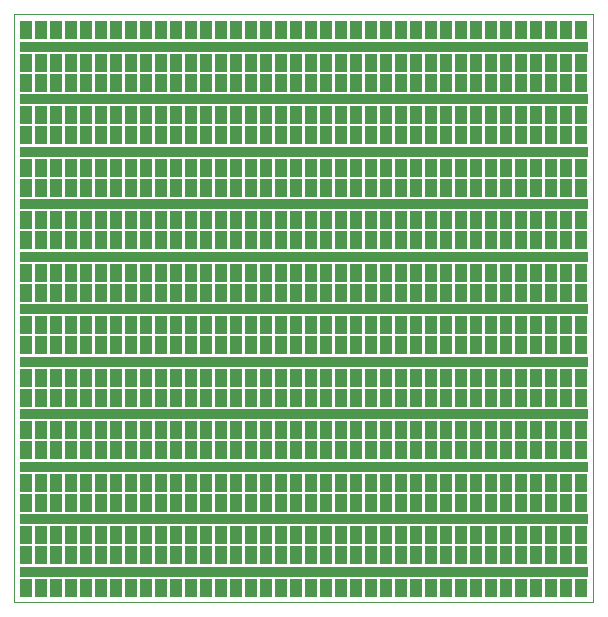
<source format=gbl>
G75*
%MOIN*%
%OFA0B0*%
%FSLAX25Y25*%
%IPPOS*%
%LPD*%
%AMOC8*
5,1,8,0,0,1.08239X$1,22.5*
%
%ADD10R,0.04200X0.05900*%
%ADD11R,1.89200X0.03300*%
%ADD12C,0.00000*%
%ADD13R,0.04200X0.04200*%
D10*
X0005050Y0005900D03*
X0010050Y0005900D03*
X0015050Y0005900D03*
X0020050Y0005900D03*
X0025050Y0005900D03*
X0030050Y0005900D03*
X0035050Y0005900D03*
X0040050Y0005900D03*
X0045050Y0005900D03*
X0050050Y0005900D03*
X0055050Y0005900D03*
X0060050Y0005900D03*
X0065050Y0005900D03*
X0070050Y0005900D03*
X0075050Y0005900D03*
X0080050Y0005900D03*
X0085050Y0005900D03*
X0090050Y0005900D03*
X0095050Y0005900D03*
X0100050Y0005900D03*
X0105050Y0005900D03*
X0110050Y0005900D03*
X0115050Y0005900D03*
X0120050Y0005900D03*
X0125050Y0005900D03*
X0130050Y0005900D03*
X0135050Y0005900D03*
X0140050Y0005900D03*
X0145050Y0005900D03*
X0150050Y0005900D03*
X0155050Y0005900D03*
X0160050Y0005900D03*
X0165050Y0005900D03*
X0170050Y0005900D03*
X0175050Y0005900D03*
X0180050Y0005900D03*
X0185050Y0005900D03*
X0190050Y0005900D03*
X0190050Y0016700D03*
X0185050Y0016700D03*
X0180050Y0016700D03*
X0175050Y0016700D03*
X0170050Y0016700D03*
X0165050Y0016700D03*
X0160050Y0016700D03*
X0155050Y0016700D03*
X0150050Y0016700D03*
X0145050Y0016700D03*
X0140050Y0016700D03*
X0135050Y0016700D03*
X0130050Y0016700D03*
X0125050Y0016700D03*
X0120050Y0016700D03*
X0115050Y0016700D03*
X0110050Y0016700D03*
X0105050Y0016700D03*
X0100050Y0016700D03*
X0095050Y0016700D03*
X0090050Y0016700D03*
X0085050Y0016700D03*
X0080050Y0016700D03*
X0075050Y0016700D03*
X0070050Y0016700D03*
X0065050Y0016700D03*
X0060050Y0016700D03*
X0055050Y0016700D03*
X0050050Y0016700D03*
X0045050Y0016700D03*
X0040050Y0016700D03*
X0035050Y0016700D03*
X0030050Y0016700D03*
X0025050Y0016700D03*
X0020050Y0016700D03*
X0015050Y0016700D03*
X0010050Y0016700D03*
X0005050Y0016700D03*
X0005050Y0023400D03*
X0010050Y0023400D03*
X0015050Y0023400D03*
X0020050Y0023400D03*
X0025050Y0023400D03*
X0030050Y0023400D03*
X0035050Y0023400D03*
X0040050Y0023400D03*
X0045050Y0023400D03*
X0050050Y0023400D03*
X0055050Y0023400D03*
X0060050Y0023400D03*
X0065050Y0023400D03*
X0070050Y0023400D03*
X0075050Y0023400D03*
X0080050Y0023400D03*
X0085050Y0023400D03*
X0090050Y0023400D03*
X0095050Y0023400D03*
X0100050Y0023400D03*
X0105050Y0023400D03*
X0110050Y0023400D03*
X0115050Y0023400D03*
X0120050Y0023400D03*
X0125050Y0023400D03*
X0130050Y0023400D03*
X0135050Y0023400D03*
X0140050Y0023400D03*
X0145050Y0023400D03*
X0150050Y0023400D03*
X0155050Y0023400D03*
X0160050Y0023400D03*
X0165050Y0023400D03*
X0170050Y0023400D03*
X0175050Y0023400D03*
X0180050Y0023400D03*
X0185050Y0023400D03*
X0190050Y0023400D03*
X0190050Y0034200D03*
X0185050Y0034200D03*
X0180050Y0034200D03*
X0175050Y0034200D03*
X0170050Y0034200D03*
X0165050Y0034200D03*
X0160050Y0034200D03*
X0155050Y0034200D03*
X0150050Y0034200D03*
X0145050Y0034200D03*
X0140050Y0034200D03*
X0135050Y0034200D03*
X0130050Y0034200D03*
X0125050Y0034200D03*
X0120050Y0034200D03*
X0115050Y0034200D03*
X0110050Y0034200D03*
X0105050Y0034200D03*
X0100050Y0034200D03*
X0095050Y0034200D03*
X0090050Y0034200D03*
X0085050Y0034200D03*
X0080050Y0034200D03*
X0075050Y0034200D03*
X0070050Y0034200D03*
X0065050Y0034200D03*
X0060050Y0034200D03*
X0055050Y0034200D03*
X0050050Y0034200D03*
X0045050Y0034200D03*
X0040050Y0034200D03*
X0035050Y0034200D03*
X0030050Y0034200D03*
X0025050Y0034200D03*
X0020050Y0034200D03*
X0015050Y0034200D03*
X0010050Y0034200D03*
X0005050Y0034200D03*
X0005050Y0040900D03*
X0010050Y0040900D03*
X0015050Y0040900D03*
X0020050Y0040900D03*
X0025050Y0040900D03*
X0030050Y0040900D03*
X0035050Y0040900D03*
X0040050Y0040900D03*
X0045050Y0040900D03*
X0050050Y0040900D03*
X0055050Y0040900D03*
X0060050Y0040900D03*
X0065050Y0040900D03*
X0070050Y0040900D03*
X0075050Y0040900D03*
X0080050Y0040900D03*
X0085050Y0040900D03*
X0090050Y0040900D03*
X0095050Y0040900D03*
X0100050Y0040900D03*
X0105050Y0040900D03*
X0110050Y0040900D03*
X0115050Y0040900D03*
X0120050Y0040900D03*
X0125050Y0040900D03*
X0130050Y0040900D03*
X0135050Y0040900D03*
X0140050Y0040900D03*
X0145050Y0040900D03*
X0150050Y0040900D03*
X0155050Y0040900D03*
X0160050Y0040900D03*
X0165050Y0040900D03*
X0170050Y0040900D03*
X0175050Y0040900D03*
X0180050Y0040900D03*
X0185050Y0040900D03*
X0190050Y0040900D03*
X0190050Y0051700D03*
X0185050Y0051700D03*
X0180050Y0051700D03*
X0175050Y0051700D03*
X0170050Y0051700D03*
X0165050Y0051700D03*
X0160050Y0051700D03*
X0155050Y0051700D03*
X0150050Y0051700D03*
X0145050Y0051700D03*
X0140050Y0051700D03*
X0135050Y0051700D03*
X0130050Y0051700D03*
X0125050Y0051700D03*
X0120050Y0051700D03*
X0115050Y0051700D03*
X0110050Y0051700D03*
X0105050Y0051700D03*
X0100050Y0051700D03*
X0095050Y0051700D03*
X0090050Y0051700D03*
X0085050Y0051700D03*
X0080050Y0051700D03*
X0075050Y0051700D03*
X0070050Y0051700D03*
X0065050Y0051700D03*
X0060050Y0051700D03*
X0055050Y0051700D03*
X0050050Y0051700D03*
X0045050Y0051700D03*
X0040050Y0051700D03*
X0035050Y0051700D03*
X0030050Y0051700D03*
X0025050Y0051700D03*
X0020050Y0051700D03*
X0015050Y0051700D03*
X0010050Y0051700D03*
X0005050Y0051700D03*
X0005050Y0058400D03*
X0010050Y0058400D03*
X0015050Y0058400D03*
X0020050Y0058400D03*
X0025050Y0058400D03*
X0030050Y0058400D03*
X0035050Y0058400D03*
X0040050Y0058400D03*
X0045050Y0058400D03*
X0050050Y0058400D03*
X0055050Y0058400D03*
X0060050Y0058400D03*
X0065050Y0058400D03*
X0070050Y0058400D03*
X0075050Y0058400D03*
X0080050Y0058400D03*
X0085050Y0058400D03*
X0090050Y0058400D03*
X0095050Y0058400D03*
X0100050Y0058400D03*
X0105050Y0058400D03*
X0110050Y0058400D03*
X0115050Y0058400D03*
X0120050Y0058400D03*
X0125050Y0058400D03*
X0130050Y0058400D03*
X0135050Y0058400D03*
X0140050Y0058400D03*
X0145050Y0058400D03*
X0150050Y0058400D03*
X0155050Y0058400D03*
X0160050Y0058400D03*
X0165050Y0058400D03*
X0170050Y0058400D03*
X0175050Y0058400D03*
X0180050Y0058400D03*
X0185050Y0058400D03*
X0190050Y0058400D03*
X0190050Y0069200D03*
X0185050Y0069200D03*
X0180050Y0069200D03*
X0175050Y0069200D03*
X0170050Y0069200D03*
X0165050Y0069200D03*
X0160050Y0069200D03*
X0155050Y0069200D03*
X0150050Y0069200D03*
X0145050Y0069200D03*
X0140050Y0069200D03*
X0135050Y0069200D03*
X0130050Y0069200D03*
X0125050Y0069200D03*
X0120050Y0069200D03*
X0115050Y0069200D03*
X0110050Y0069200D03*
X0105050Y0069200D03*
X0100050Y0069200D03*
X0095050Y0069200D03*
X0090050Y0069200D03*
X0085050Y0069200D03*
X0080050Y0069200D03*
X0075050Y0069200D03*
X0070050Y0069200D03*
X0065050Y0069200D03*
X0060050Y0069200D03*
X0055050Y0069200D03*
X0050050Y0069200D03*
X0045050Y0069200D03*
X0040050Y0069200D03*
X0035050Y0069200D03*
X0030050Y0069200D03*
X0025050Y0069200D03*
X0020050Y0069200D03*
X0015050Y0069200D03*
X0010050Y0069200D03*
X0005050Y0069200D03*
X0005050Y0075900D03*
X0010050Y0075900D03*
X0015050Y0075900D03*
X0020050Y0075900D03*
X0025050Y0075900D03*
X0030050Y0075900D03*
X0035050Y0075900D03*
X0040050Y0075900D03*
X0045050Y0075900D03*
X0050050Y0075900D03*
X0055050Y0075900D03*
X0060050Y0075900D03*
X0065050Y0075900D03*
X0070050Y0075900D03*
X0075050Y0075900D03*
X0080050Y0075900D03*
X0085050Y0075900D03*
X0090050Y0075900D03*
X0095050Y0075900D03*
X0100050Y0075900D03*
X0105050Y0075900D03*
X0110050Y0075900D03*
X0115050Y0075900D03*
X0120050Y0075900D03*
X0125050Y0075900D03*
X0130050Y0075900D03*
X0135050Y0075900D03*
X0140050Y0075900D03*
X0145050Y0075900D03*
X0150050Y0075900D03*
X0155050Y0075900D03*
X0160050Y0075900D03*
X0165050Y0075900D03*
X0170050Y0075900D03*
X0175050Y0075900D03*
X0180050Y0075900D03*
X0185050Y0075900D03*
X0190050Y0075900D03*
X0190050Y0086700D03*
X0185050Y0086700D03*
X0180050Y0086700D03*
X0175050Y0086700D03*
X0170050Y0086700D03*
X0165050Y0086700D03*
X0160050Y0086700D03*
X0155050Y0086700D03*
X0150050Y0086700D03*
X0145050Y0086700D03*
X0140050Y0086700D03*
X0135050Y0086700D03*
X0130050Y0086700D03*
X0125050Y0086700D03*
X0120050Y0086700D03*
X0115050Y0086700D03*
X0110050Y0086700D03*
X0105050Y0086700D03*
X0100050Y0086700D03*
X0095050Y0086700D03*
X0090050Y0086700D03*
X0085050Y0086700D03*
X0080050Y0086700D03*
X0075050Y0086700D03*
X0070050Y0086700D03*
X0065050Y0086700D03*
X0060050Y0086700D03*
X0055050Y0086700D03*
X0050050Y0086700D03*
X0045050Y0086700D03*
X0040050Y0086700D03*
X0035050Y0086700D03*
X0030050Y0086700D03*
X0025050Y0086700D03*
X0020050Y0086700D03*
X0015050Y0086700D03*
X0010050Y0086700D03*
X0005050Y0086700D03*
X0005050Y0093400D03*
X0010050Y0093400D03*
X0015050Y0093400D03*
X0020050Y0093400D03*
X0025050Y0093400D03*
X0030050Y0093400D03*
X0035050Y0093400D03*
X0040050Y0093400D03*
X0045050Y0093400D03*
X0050050Y0093400D03*
X0055050Y0093400D03*
X0060050Y0093400D03*
X0065050Y0093400D03*
X0070050Y0093400D03*
X0075050Y0093400D03*
X0080050Y0093400D03*
X0085050Y0093400D03*
X0090050Y0093400D03*
X0095050Y0093400D03*
X0100050Y0093400D03*
X0105050Y0093400D03*
X0110050Y0093400D03*
X0115050Y0093400D03*
X0120050Y0093400D03*
X0125050Y0093400D03*
X0130050Y0093400D03*
X0135050Y0093400D03*
X0140050Y0093400D03*
X0145050Y0093400D03*
X0150050Y0093400D03*
X0155050Y0093400D03*
X0160050Y0093400D03*
X0165050Y0093400D03*
X0170050Y0093400D03*
X0175050Y0093400D03*
X0180050Y0093400D03*
X0185050Y0093400D03*
X0190050Y0093400D03*
X0190050Y0104200D03*
X0185050Y0104200D03*
X0180050Y0104200D03*
X0175050Y0104200D03*
X0170050Y0104200D03*
X0165050Y0104200D03*
X0160050Y0104200D03*
X0155050Y0104200D03*
X0150050Y0104200D03*
X0145050Y0104200D03*
X0140050Y0104200D03*
X0135050Y0104200D03*
X0130050Y0104200D03*
X0125050Y0104200D03*
X0120050Y0104200D03*
X0115050Y0104200D03*
X0110050Y0104200D03*
X0105050Y0104200D03*
X0100050Y0104200D03*
X0095050Y0104200D03*
X0090050Y0104200D03*
X0085050Y0104200D03*
X0080050Y0104200D03*
X0075050Y0104200D03*
X0070050Y0104200D03*
X0065050Y0104200D03*
X0060050Y0104200D03*
X0055050Y0104200D03*
X0050050Y0104200D03*
X0045050Y0104200D03*
X0040050Y0104200D03*
X0035050Y0104200D03*
X0030050Y0104200D03*
X0025050Y0104200D03*
X0020050Y0104200D03*
X0015050Y0104200D03*
X0010050Y0104200D03*
X0005050Y0104200D03*
X0005050Y0110900D03*
X0010050Y0110900D03*
X0015050Y0110900D03*
X0020050Y0110900D03*
X0025050Y0110900D03*
X0030050Y0110900D03*
X0035050Y0110900D03*
X0040050Y0110900D03*
X0045050Y0110900D03*
X0050050Y0110900D03*
X0055050Y0110900D03*
X0060050Y0110900D03*
X0065050Y0110900D03*
X0070050Y0110900D03*
X0075050Y0110900D03*
X0080050Y0110900D03*
X0085050Y0110900D03*
X0090050Y0110900D03*
X0095050Y0110900D03*
X0100050Y0110900D03*
X0105050Y0110900D03*
X0110050Y0110900D03*
X0115050Y0110900D03*
X0120050Y0110900D03*
X0125050Y0110900D03*
X0130050Y0110900D03*
X0135050Y0110900D03*
X0140050Y0110900D03*
X0145050Y0110900D03*
X0150050Y0110900D03*
X0155050Y0110900D03*
X0160050Y0110900D03*
X0165050Y0110900D03*
X0170050Y0110900D03*
X0175050Y0110900D03*
X0180050Y0110900D03*
X0185050Y0110900D03*
X0190050Y0110900D03*
X0190050Y0121700D03*
X0185050Y0121700D03*
X0180050Y0121700D03*
X0175050Y0121700D03*
X0170050Y0121700D03*
X0165050Y0121700D03*
X0160050Y0121700D03*
X0155050Y0121700D03*
X0150050Y0121700D03*
X0145050Y0121700D03*
X0140050Y0121700D03*
X0135050Y0121700D03*
X0130050Y0121700D03*
X0125050Y0121700D03*
X0120050Y0121700D03*
X0115050Y0121700D03*
X0110050Y0121700D03*
X0105050Y0121700D03*
X0100050Y0121700D03*
X0095050Y0121700D03*
X0090050Y0121700D03*
X0085050Y0121700D03*
X0080050Y0121700D03*
X0075050Y0121700D03*
X0070050Y0121700D03*
X0065050Y0121700D03*
X0060050Y0121700D03*
X0055050Y0121700D03*
X0050050Y0121700D03*
X0045050Y0121700D03*
X0040050Y0121700D03*
X0035050Y0121700D03*
X0030050Y0121700D03*
X0025050Y0121700D03*
X0020050Y0121700D03*
X0015050Y0121700D03*
X0010050Y0121700D03*
X0005050Y0121700D03*
X0005050Y0128400D03*
X0010050Y0128400D03*
X0015050Y0128400D03*
X0020050Y0128400D03*
X0025050Y0128400D03*
X0030050Y0128400D03*
X0035050Y0128400D03*
X0040050Y0128400D03*
X0045050Y0128400D03*
X0050050Y0128400D03*
X0055050Y0128400D03*
X0060050Y0128400D03*
X0065050Y0128400D03*
X0070050Y0128400D03*
X0075050Y0128400D03*
X0080050Y0128400D03*
X0085050Y0128400D03*
X0090050Y0128400D03*
X0095050Y0128400D03*
X0100050Y0128400D03*
X0105050Y0128400D03*
X0110050Y0128400D03*
X0115050Y0128400D03*
X0120050Y0128400D03*
X0125050Y0128400D03*
X0130050Y0128400D03*
X0135050Y0128400D03*
X0140050Y0128400D03*
X0145050Y0128400D03*
X0150050Y0128400D03*
X0155050Y0128400D03*
X0160050Y0128400D03*
X0165050Y0128400D03*
X0170050Y0128400D03*
X0175050Y0128400D03*
X0180050Y0128400D03*
X0185050Y0128400D03*
X0190050Y0128400D03*
X0190050Y0139200D03*
X0185050Y0139200D03*
X0180050Y0139200D03*
X0175050Y0139200D03*
X0170050Y0139200D03*
X0165050Y0139200D03*
X0160050Y0139200D03*
X0155050Y0139200D03*
X0150050Y0139200D03*
X0145050Y0139200D03*
X0140050Y0139200D03*
X0135050Y0139200D03*
X0130050Y0139200D03*
X0125050Y0139200D03*
X0120050Y0139200D03*
X0115050Y0139200D03*
X0110050Y0139200D03*
X0105050Y0139200D03*
X0100050Y0139200D03*
X0095050Y0139200D03*
X0090050Y0139200D03*
X0085050Y0139200D03*
X0080050Y0139200D03*
X0075050Y0139200D03*
X0070050Y0139200D03*
X0065050Y0139200D03*
X0060050Y0139200D03*
X0055050Y0139200D03*
X0050050Y0139200D03*
X0045050Y0139200D03*
X0040050Y0139200D03*
X0035050Y0139200D03*
X0030050Y0139200D03*
X0025050Y0139200D03*
X0020050Y0139200D03*
X0015050Y0139200D03*
X0010050Y0139200D03*
X0005050Y0139200D03*
X0005050Y0145900D03*
X0010050Y0145900D03*
X0015050Y0145900D03*
X0020050Y0145900D03*
X0025050Y0145900D03*
X0030050Y0145900D03*
X0035050Y0145900D03*
X0040050Y0145900D03*
X0045050Y0145900D03*
X0050050Y0145900D03*
X0055050Y0145900D03*
X0060050Y0145900D03*
X0065050Y0145900D03*
X0070050Y0145900D03*
X0075050Y0145900D03*
X0080050Y0145900D03*
X0085050Y0145900D03*
X0090050Y0145900D03*
X0095050Y0145900D03*
X0100050Y0145900D03*
X0105050Y0145900D03*
X0110050Y0145900D03*
X0115050Y0145900D03*
X0120050Y0145900D03*
X0125050Y0145900D03*
X0130050Y0145900D03*
X0135050Y0145900D03*
X0140050Y0145900D03*
X0145050Y0145900D03*
X0150050Y0145900D03*
X0155050Y0145900D03*
X0160050Y0145900D03*
X0165050Y0145900D03*
X0170050Y0145900D03*
X0175050Y0145900D03*
X0180050Y0145900D03*
X0185050Y0145900D03*
X0190050Y0145900D03*
X0190050Y0156700D03*
X0185050Y0156700D03*
X0180050Y0156700D03*
X0175050Y0156700D03*
X0170050Y0156700D03*
X0165050Y0156700D03*
X0160050Y0156700D03*
X0155050Y0156700D03*
X0150050Y0156700D03*
X0145050Y0156700D03*
X0140050Y0156700D03*
X0135050Y0156700D03*
X0130050Y0156700D03*
X0125050Y0156700D03*
X0120050Y0156700D03*
X0115050Y0156700D03*
X0110050Y0156700D03*
X0105050Y0156700D03*
X0100050Y0156700D03*
X0095050Y0156700D03*
X0090050Y0156700D03*
X0085050Y0156700D03*
X0080050Y0156700D03*
X0075050Y0156700D03*
X0070050Y0156700D03*
X0065050Y0156700D03*
X0060050Y0156700D03*
X0055050Y0156700D03*
X0050050Y0156700D03*
X0045050Y0156700D03*
X0040050Y0156700D03*
X0035050Y0156700D03*
X0030050Y0156700D03*
X0025050Y0156700D03*
X0020050Y0156700D03*
X0015050Y0156700D03*
X0010050Y0156700D03*
X0005050Y0156700D03*
X0005050Y0163400D03*
X0010050Y0163400D03*
X0015050Y0163400D03*
X0020050Y0163400D03*
X0025050Y0163400D03*
X0030050Y0163400D03*
X0035050Y0163400D03*
X0040050Y0163400D03*
X0045050Y0163400D03*
X0050050Y0163400D03*
X0055050Y0163400D03*
X0060050Y0163400D03*
X0065050Y0163400D03*
X0070050Y0163400D03*
X0075050Y0163400D03*
X0080050Y0163400D03*
X0085050Y0163400D03*
X0090050Y0163400D03*
X0095050Y0163400D03*
X0100050Y0163400D03*
X0105050Y0163400D03*
X0110050Y0163400D03*
X0115050Y0163400D03*
X0120050Y0163400D03*
X0125050Y0163400D03*
X0130050Y0163400D03*
X0135050Y0163400D03*
X0140050Y0163400D03*
X0145050Y0163400D03*
X0150050Y0163400D03*
X0155050Y0163400D03*
X0160050Y0163400D03*
X0165050Y0163400D03*
X0170050Y0163400D03*
X0175050Y0163400D03*
X0180050Y0163400D03*
X0185050Y0163400D03*
X0190050Y0163400D03*
X0190050Y0174200D03*
X0185050Y0174200D03*
X0180050Y0174200D03*
X0175050Y0174200D03*
X0170050Y0174200D03*
X0165050Y0174200D03*
X0160050Y0174200D03*
X0155050Y0174200D03*
X0150050Y0174200D03*
X0145050Y0174200D03*
X0140050Y0174200D03*
X0135050Y0174200D03*
X0130050Y0174200D03*
X0125050Y0174200D03*
X0120050Y0174200D03*
X0115050Y0174200D03*
X0110050Y0174200D03*
X0105050Y0174200D03*
X0100050Y0174200D03*
X0095050Y0174200D03*
X0090050Y0174200D03*
X0085050Y0174200D03*
X0080050Y0174200D03*
X0075050Y0174200D03*
X0070050Y0174200D03*
X0065050Y0174200D03*
X0060050Y0174200D03*
X0055050Y0174200D03*
X0050050Y0174200D03*
X0045050Y0174200D03*
X0040050Y0174200D03*
X0035050Y0174200D03*
X0030050Y0174200D03*
X0025050Y0174200D03*
X0020050Y0174200D03*
X0015050Y0174200D03*
X0010050Y0174200D03*
X0005050Y0174200D03*
X0005050Y0180900D03*
X0010050Y0180900D03*
X0015050Y0180900D03*
X0020050Y0180900D03*
X0025050Y0180900D03*
X0030050Y0180900D03*
X0035050Y0180900D03*
X0040050Y0180900D03*
X0045050Y0180900D03*
X0050050Y0180900D03*
X0055050Y0180900D03*
X0060050Y0180900D03*
X0065050Y0180900D03*
X0070050Y0180900D03*
X0075050Y0180900D03*
X0080050Y0180900D03*
X0085050Y0180900D03*
X0090050Y0180900D03*
X0095050Y0180900D03*
X0100050Y0180900D03*
X0105050Y0180900D03*
X0110050Y0180900D03*
X0115050Y0180900D03*
X0120050Y0180900D03*
X0125050Y0180900D03*
X0130050Y0180900D03*
X0135050Y0180900D03*
X0140050Y0180900D03*
X0145050Y0180900D03*
X0150050Y0180900D03*
X0155050Y0180900D03*
X0160050Y0180900D03*
X0165050Y0180900D03*
X0170050Y0180900D03*
X0175050Y0180900D03*
X0180050Y0180900D03*
X0185050Y0180900D03*
X0190050Y0180900D03*
X0190050Y0191700D03*
X0185050Y0191700D03*
X0180050Y0191700D03*
X0175050Y0191700D03*
X0170050Y0191700D03*
X0165050Y0191700D03*
X0160050Y0191700D03*
X0155050Y0191700D03*
X0150050Y0191700D03*
X0145050Y0191700D03*
X0140050Y0191700D03*
X0135050Y0191700D03*
X0130050Y0191700D03*
X0125050Y0191700D03*
X0120050Y0191700D03*
X0115050Y0191700D03*
X0110050Y0191700D03*
X0105050Y0191700D03*
X0100050Y0191700D03*
X0095050Y0191700D03*
X0090050Y0191700D03*
X0085050Y0191700D03*
X0080050Y0191700D03*
X0075050Y0191700D03*
X0070050Y0191700D03*
X0065050Y0191700D03*
X0060050Y0191700D03*
X0055050Y0191700D03*
X0050050Y0191700D03*
X0045050Y0191700D03*
X0040050Y0191700D03*
X0035050Y0191700D03*
X0030050Y0191700D03*
X0025050Y0191700D03*
X0020050Y0191700D03*
X0015050Y0191700D03*
X0010050Y0191700D03*
X0005050Y0191700D03*
D11*
X0097550Y0186300D03*
X0097550Y0168800D03*
X0097550Y0151300D03*
X0097550Y0133800D03*
X0097550Y0116300D03*
X0097550Y0098800D03*
X0097550Y0081300D03*
X0097550Y0063800D03*
X0097550Y0046300D03*
X0097550Y0028800D03*
X0097550Y0011300D03*
D12*
X0001050Y0001050D02*
X0001050Y0197050D01*
X0194050Y0197050D01*
X0194050Y0001050D01*
X0001050Y0001050D01*
D13*
X0005050Y0005050D03*
X0010050Y0005050D03*
X0015050Y0005050D03*
X0020050Y0005050D03*
X0025050Y0005050D03*
X0030050Y0005050D03*
X0035050Y0005050D03*
X0040050Y0005050D03*
X0045050Y0005050D03*
X0050050Y0005050D03*
X0055050Y0005050D03*
X0060050Y0005050D03*
X0065050Y0005050D03*
X0070050Y0005050D03*
X0075050Y0005050D03*
X0080050Y0005050D03*
X0085050Y0005050D03*
X0090050Y0005050D03*
X0095050Y0005050D03*
X0100050Y0005050D03*
X0105050Y0005050D03*
X0110050Y0005050D03*
X0115050Y0005050D03*
X0120050Y0005050D03*
X0125050Y0005050D03*
X0130050Y0005050D03*
X0135050Y0005050D03*
X0140050Y0005050D03*
X0145050Y0005050D03*
X0150050Y0005050D03*
X0155050Y0005050D03*
X0160050Y0005050D03*
X0165050Y0005050D03*
X0170050Y0005050D03*
X0175050Y0005050D03*
X0180050Y0005050D03*
X0185050Y0005050D03*
X0190050Y0005050D03*
X0190050Y0017550D03*
X0190050Y0022550D03*
X0185050Y0022550D03*
X0180050Y0022550D03*
X0180050Y0017550D03*
X0185050Y0017550D03*
X0175050Y0017550D03*
X0170050Y0017550D03*
X0170050Y0022550D03*
X0175050Y0022550D03*
X0165050Y0022550D03*
X0160050Y0022550D03*
X0160050Y0017550D03*
X0165050Y0017550D03*
X0155050Y0017550D03*
X0155050Y0022550D03*
X0150050Y0022550D03*
X0145050Y0022550D03*
X0145050Y0017550D03*
X0150050Y0017550D03*
X0140050Y0017550D03*
X0135050Y0017550D03*
X0135050Y0022550D03*
X0140050Y0022550D03*
X0130050Y0022550D03*
X0125050Y0022550D03*
X0125050Y0017550D03*
X0130050Y0017550D03*
X0120050Y0017550D03*
X0120050Y0022550D03*
X0115050Y0022550D03*
X0110050Y0022550D03*
X0110050Y0017550D03*
X0115050Y0017550D03*
X0105050Y0017550D03*
X0100050Y0017550D03*
X0100050Y0022550D03*
X0105050Y0022550D03*
X0095050Y0022550D03*
X0090050Y0022550D03*
X0090050Y0017550D03*
X0095050Y0017550D03*
X0085050Y0017550D03*
X0080050Y0017550D03*
X0080050Y0022550D03*
X0085050Y0022550D03*
X0075050Y0022550D03*
X0075050Y0017550D03*
X0070050Y0017550D03*
X0065050Y0017550D03*
X0065050Y0022550D03*
X0070050Y0022550D03*
X0060050Y0022550D03*
X0055050Y0022550D03*
X0055050Y0017550D03*
X0060050Y0017550D03*
X0050050Y0017550D03*
X0045050Y0017550D03*
X0045050Y0022550D03*
X0050050Y0022550D03*
X0040050Y0022550D03*
X0040050Y0017550D03*
X0035050Y0017550D03*
X0030050Y0017550D03*
X0030050Y0022550D03*
X0035050Y0022550D03*
X0025050Y0022550D03*
X0020050Y0022550D03*
X0020050Y0017550D03*
X0025050Y0017550D03*
X0015050Y0017550D03*
X0010050Y0017550D03*
X0010050Y0022550D03*
X0015050Y0022550D03*
X0005050Y0022550D03*
X0005050Y0017550D03*
X0005050Y0035050D03*
X0005050Y0040050D03*
X0010050Y0040050D03*
X0015050Y0040050D03*
X0015050Y0035050D03*
X0010050Y0035050D03*
X0020050Y0035050D03*
X0025050Y0035050D03*
X0025050Y0040050D03*
X0020050Y0040050D03*
X0030050Y0040050D03*
X0035050Y0040050D03*
X0035050Y0035050D03*
X0030050Y0035050D03*
X0040050Y0035050D03*
X0040050Y0040050D03*
X0045050Y0040050D03*
X0050050Y0040050D03*
X0050050Y0035050D03*
X0045050Y0035050D03*
X0055050Y0035050D03*
X0060050Y0035050D03*
X0060050Y0040050D03*
X0055050Y0040050D03*
X0065050Y0040050D03*
X0070050Y0040050D03*
X0070050Y0035050D03*
X0065050Y0035050D03*
X0075050Y0035050D03*
X0075050Y0040050D03*
X0080050Y0040050D03*
X0085050Y0040050D03*
X0085050Y0035050D03*
X0080050Y0035050D03*
X0090050Y0035050D03*
X0095050Y0035050D03*
X0095050Y0040050D03*
X0090050Y0040050D03*
X0100050Y0040050D03*
X0105050Y0040050D03*
X0105050Y0035050D03*
X0100050Y0035050D03*
X0110050Y0035050D03*
X0115050Y0035050D03*
X0115050Y0040050D03*
X0110050Y0040050D03*
X0120050Y0040050D03*
X0120050Y0035050D03*
X0125050Y0035050D03*
X0130050Y0035050D03*
X0130050Y0040050D03*
X0125050Y0040050D03*
X0135050Y0040050D03*
X0140050Y0040050D03*
X0140050Y0035050D03*
X0135050Y0035050D03*
X0145050Y0035050D03*
X0150050Y0035050D03*
X0150050Y0040050D03*
X0145050Y0040050D03*
X0155050Y0040050D03*
X0155050Y0035050D03*
X0160050Y0035050D03*
X0165050Y0035050D03*
X0165050Y0040050D03*
X0160050Y0040050D03*
X0170050Y0040050D03*
X0175050Y0040050D03*
X0175050Y0035050D03*
X0170050Y0035050D03*
X0180050Y0035050D03*
X0185050Y0035050D03*
X0185050Y0040050D03*
X0180050Y0040050D03*
X0190050Y0040050D03*
X0190050Y0035050D03*
X0190050Y0052550D03*
X0190050Y0057550D03*
X0185050Y0057550D03*
X0180050Y0057550D03*
X0180050Y0052550D03*
X0185050Y0052550D03*
X0175050Y0052550D03*
X0170050Y0052550D03*
X0170050Y0057550D03*
X0175050Y0057550D03*
X0165050Y0057550D03*
X0160050Y0057550D03*
X0160050Y0052550D03*
X0165050Y0052550D03*
X0155050Y0052550D03*
X0155050Y0057550D03*
X0150050Y0057550D03*
X0145050Y0057550D03*
X0145050Y0052550D03*
X0150050Y0052550D03*
X0140050Y0052550D03*
X0135050Y0052550D03*
X0135050Y0057550D03*
X0140050Y0057550D03*
X0130050Y0057550D03*
X0125050Y0057550D03*
X0125050Y0052550D03*
X0130050Y0052550D03*
X0120050Y0052550D03*
X0120050Y0057550D03*
X0115050Y0057550D03*
X0110050Y0057550D03*
X0110050Y0052550D03*
X0115050Y0052550D03*
X0105050Y0052550D03*
X0100050Y0052550D03*
X0100050Y0057550D03*
X0105050Y0057550D03*
X0095050Y0057550D03*
X0090050Y0057550D03*
X0090050Y0052550D03*
X0095050Y0052550D03*
X0085050Y0052550D03*
X0080050Y0052550D03*
X0080050Y0057550D03*
X0085050Y0057550D03*
X0075050Y0057550D03*
X0075050Y0052550D03*
X0070050Y0052550D03*
X0065050Y0052550D03*
X0065050Y0057550D03*
X0070050Y0057550D03*
X0060050Y0057550D03*
X0055050Y0057550D03*
X0055050Y0052550D03*
X0060050Y0052550D03*
X0050050Y0052550D03*
X0045050Y0052550D03*
X0045050Y0057550D03*
X0050050Y0057550D03*
X0040050Y0057550D03*
X0040050Y0052550D03*
X0035050Y0052550D03*
X0030050Y0052550D03*
X0030050Y0057550D03*
X0035050Y0057550D03*
X0025050Y0057550D03*
X0020050Y0057550D03*
X0020050Y0052550D03*
X0025050Y0052550D03*
X0015050Y0052550D03*
X0010050Y0052550D03*
X0010050Y0057550D03*
X0015050Y0057550D03*
X0005050Y0057550D03*
X0005050Y0052550D03*
X0005050Y0070050D03*
X0005050Y0075050D03*
X0010050Y0075050D03*
X0010050Y0070050D03*
X0015050Y0070050D03*
X0015050Y0075050D03*
X0020050Y0075050D03*
X0020050Y0070050D03*
X0025050Y0070050D03*
X0025050Y0075050D03*
X0030050Y0075050D03*
X0030050Y0070050D03*
X0035050Y0070050D03*
X0035050Y0075050D03*
X0040050Y0075050D03*
X0040050Y0070050D03*
X0045050Y0070050D03*
X0045050Y0075050D03*
X0050050Y0075050D03*
X0050050Y0070050D03*
X0055050Y0070050D03*
X0055050Y0075050D03*
X0060050Y0075050D03*
X0060050Y0070050D03*
X0065050Y0070050D03*
X0065050Y0075050D03*
X0070050Y0075050D03*
X0070050Y0070050D03*
X0075050Y0070050D03*
X0075050Y0075050D03*
X0080050Y0075050D03*
X0080050Y0070050D03*
X0085050Y0070050D03*
X0085050Y0075050D03*
X0090050Y0075050D03*
X0090050Y0070050D03*
X0095050Y0070050D03*
X0095050Y0075050D03*
X0100050Y0075050D03*
X0100050Y0070050D03*
X0105050Y0070050D03*
X0105050Y0075050D03*
X0110050Y0075050D03*
X0110050Y0070050D03*
X0115050Y0070050D03*
X0115050Y0075050D03*
X0120050Y0075050D03*
X0120050Y0070050D03*
X0125050Y0070050D03*
X0125050Y0075050D03*
X0130050Y0075050D03*
X0130050Y0070050D03*
X0135050Y0070050D03*
X0135050Y0075050D03*
X0140050Y0075050D03*
X0140050Y0070050D03*
X0145050Y0070050D03*
X0145050Y0075050D03*
X0150050Y0075050D03*
X0150050Y0070050D03*
X0155050Y0070050D03*
X0155050Y0075050D03*
X0160050Y0075050D03*
X0160050Y0070050D03*
X0165050Y0070050D03*
X0165050Y0075050D03*
X0170050Y0075050D03*
X0170050Y0070050D03*
X0175050Y0070050D03*
X0175050Y0075050D03*
X0180050Y0075050D03*
X0180050Y0070050D03*
X0185050Y0070050D03*
X0185050Y0075050D03*
X0190050Y0075050D03*
X0190050Y0070050D03*
X0190050Y0087550D03*
X0190050Y0092550D03*
X0185050Y0092550D03*
X0185050Y0087550D03*
X0180050Y0087550D03*
X0180050Y0092550D03*
X0175050Y0092550D03*
X0175050Y0087550D03*
X0170050Y0087550D03*
X0170050Y0092550D03*
X0165050Y0092550D03*
X0165050Y0087550D03*
X0160050Y0087550D03*
X0160050Y0092550D03*
X0155050Y0092550D03*
X0155050Y0087550D03*
X0150050Y0087550D03*
X0150050Y0092550D03*
X0145050Y0092550D03*
X0145050Y0087550D03*
X0140050Y0087550D03*
X0140050Y0092550D03*
X0135050Y0092550D03*
X0135050Y0087550D03*
X0130050Y0087550D03*
X0130050Y0092550D03*
X0125050Y0092550D03*
X0125050Y0087550D03*
X0120050Y0087550D03*
X0120050Y0092550D03*
X0115050Y0092550D03*
X0115050Y0087550D03*
X0110050Y0087550D03*
X0110050Y0092550D03*
X0105050Y0092550D03*
X0105050Y0087550D03*
X0100050Y0087550D03*
X0100050Y0092550D03*
X0095050Y0092550D03*
X0095050Y0087550D03*
X0090050Y0087550D03*
X0090050Y0092550D03*
X0085050Y0092550D03*
X0085050Y0087550D03*
X0080050Y0087550D03*
X0080050Y0092550D03*
X0075050Y0092550D03*
X0075050Y0087550D03*
X0070050Y0087550D03*
X0070050Y0092550D03*
X0065050Y0092550D03*
X0065050Y0087550D03*
X0060050Y0087550D03*
X0060050Y0092550D03*
X0055050Y0092550D03*
X0055050Y0087550D03*
X0050050Y0087550D03*
X0050050Y0092550D03*
X0045050Y0092550D03*
X0045050Y0087550D03*
X0040050Y0087550D03*
X0040050Y0092550D03*
X0035050Y0092550D03*
X0035050Y0087550D03*
X0030050Y0087550D03*
X0030050Y0092550D03*
X0025050Y0092550D03*
X0025050Y0087550D03*
X0020050Y0087550D03*
X0020050Y0092550D03*
X0015050Y0092550D03*
X0015050Y0087550D03*
X0010050Y0087550D03*
X0010050Y0092550D03*
X0005050Y0092550D03*
X0005050Y0087550D03*
X0005050Y0105050D03*
X0005050Y0110050D03*
X0010050Y0110050D03*
X0010050Y0105050D03*
X0015050Y0105050D03*
X0015050Y0110050D03*
X0020050Y0110050D03*
X0020050Y0105050D03*
X0025050Y0105050D03*
X0025050Y0110050D03*
X0030050Y0110050D03*
X0030050Y0105050D03*
X0035050Y0105050D03*
X0035050Y0110050D03*
X0040050Y0110050D03*
X0040050Y0105050D03*
X0045050Y0105050D03*
X0045050Y0110050D03*
X0050050Y0110050D03*
X0050050Y0105050D03*
X0055050Y0105050D03*
X0055050Y0110050D03*
X0060050Y0110050D03*
X0060050Y0105050D03*
X0065050Y0105050D03*
X0065050Y0110050D03*
X0070050Y0110050D03*
X0070050Y0105050D03*
X0075050Y0105050D03*
X0075050Y0110050D03*
X0080050Y0110050D03*
X0080050Y0105050D03*
X0085050Y0105050D03*
X0085050Y0110050D03*
X0090050Y0110050D03*
X0090050Y0105050D03*
X0095050Y0105050D03*
X0095050Y0110050D03*
X0100050Y0110050D03*
X0100050Y0105050D03*
X0105050Y0105050D03*
X0105050Y0110050D03*
X0110050Y0110050D03*
X0110050Y0105050D03*
X0115050Y0105050D03*
X0115050Y0110050D03*
X0120050Y0110050D03*
X0120050Y0105050D03*
X0125050Y0105050D03*
X0125050Y0110050D03*
X0130050Y0110050D03*
X0130050Y0105050D03*
X0135050Y0105050D03*
X0135050Y0110050D03*
X0140050Y0110050D03*
X0140050Y0105050D03*
X0145050Y0105050D03*
X0145050Y0110050D03*
X0150050Y0110050D03*
X0150050Y0105050D03*
X0155050Y0105050D03*
X0155050Y0110050D03*
X0160050Y0110050D03*
X0160050Y0105050D03*
X0165050Y0105050D03*
X0165050Y0110050D03*
X0170050Y0110050D03*
X0170050Y0105050D03*
X0175050Y0105050D03*
X0175050Y0110050D03*
X0180050Y0110050D03*
X0180050Y0105050D03*
X0185050Y0105050D03*
X0185050Y0110050D03*
X0190050Y0110050D03*
X0190050Y0105050D03*
X0190050Y0122550D03*
X0190050Y0127550D03*
X0185050Y0127550D03*
X0180050Y0127550D03*
X0180050Y0122550D03*
X0185050Y0122550D03*
X0175050Y0122550D03*
X0170050Y0122550D03*
X0170050Y0127550D03*
X0175050Y0127550D03*
X0165050Y0127550D03*
X0160050Y0127550D03*
X0160050Y0122550D03*
X0165050Y0122550D03*
X0155050Y0122550D03*
X0155050Y0127550D03*
X0150050Y0127550D03*
X0145050Y0127550D03*
X0145050Y0122550D03*
X0150050Y0122550D03*
X0140050Y0122550D03*
X0135050Y0122550D03*
X0135050Y0127550D03*
X0140050Y0127550D03*
X0130050Y0127550D03*
X0125050Y0127550D03*
X0125050Y0122550D03*
X0130050Y0122550D03*
X0120050Y0122550D03*
X0120050Y0127550D03*
X0115050Y0127550D03*
X0110050Y0127550D03*
X0110050Y0122550D03*
X0115050Y0122550D03*
X0105050Y0122550D03*
X0100050Y0122550D03*
X0100050Y0127550D03*
X0105050Y0127550D03*
X0095050Y0127550D03*
X0090050Y0127550D03*
X0090050Y0122550D03*
X0095050Y0122550D03*
X0085050Y0122550D03*
X0080050Y0122550D03*
X0080050Y0127550D03*
X0085050Y0127550D03*
X0075050Y0127550D03*
X0075050Y0122550D03*
X0070050Y0122550D03*
X0065050Y0122550D03*
X0065050Y0127550D03*
X0070050Y0127550D03*
X0060050Y0127550D03*
X0055050Y0127550D03*
X0055050Y0122550D03*
X0060050Y0122550D03*
X0050050Y0122550D03*
X0045050Y0122550D03*
X0045050Y0127550D03*
X0050050Y0127550D03*
X0040050Y0127550D03*
X0040050Y0122550D03*
X0035050Y0122550D03*
X0030050Y0122550D03*
X0030050Y0127550D03*
X0035050Y0127550D03*
X0025050Y0127550D03*
X0020050Y0127550D03*
X0020050Y0122550D03*
X0025050Y0122550D03*
X0015050Y0122550D03*
X0010050Y0122550D03*
X0010050Y0127550D03*
X0015050Y0127550D03*
X0005050Y0127550D03*
X0005050Y0122550D03*
X0005050Y0140050D03*
X0005050Y0145050D03*
X0010050Y0145050D03*
X0015050Y0145050D03*
X0015050Y0140050D03*
X0010050Y0140050D03*
X0020050Y0140050D03*
X0025050Y0140050D03*
X0025050Y0145050D03*
X0020050Y0145050D03*
X0030050Y0145050D03*
X0035050Y0145050D03*
X0035050Y0140050D03*
X0030050Y0140050D03*
X0040050Y0140050D03*
X0040050Y0145050D03*
X0045050Y0145050D03*
X0050050Y0145050D03*
X0050050Y0140050D03*
X0045050Y0140050D03*
X0055050Y0140050D03*
X0060050Y0140050D03*
X0060050Y0145050D03*
X0055050Y0145050D03*
X0065050Y0145050D03*
X0070050Y0145050D03*
X0070050Y0140050D03*
X0065050Y0140050D03*
X0075050Y0140050D03*
X0075050Y0145050D03*
X0080050Y0145050D03*
X0085050Y0145050D03*
X0085050Y0140050D03*
X0080050Y0140050D03*
X0090050Y0140050D03*
X0095050Y0140050D03*
X0095050Y0145050D03*
X0090050Y0145050D03*
X0100050Y0145050D03*
X0105050Y0145050D03*
X0105050Y0140050D03*
X0100050Y0140050D03*
X0110050Y0140050D03*
X0115050Y0140050D03*
X0115050Y0145050D03*
X0110050Y0145050D03*
X0120050Y0145050D03*
X0120050Y0140050D03*
X0125050Y0140050D03*
X0130050Y0140050D03*
X0130050Y0145050D03*
X0125050Y0145050D03*
X0135050Y0145050D03*
X0140050Y0145050D03*
X0140050Y0140050D03*
X0135050Y0140050D03*
X0145050Y0140050D03*
X0150050Y0140050D03*
X0150050Y0145050D03*
X0145050Y0145050D03*
X0155050Y0145050D03*
X0155050Y0140050D03*
X0160050Y0140050D03*
X0165050Y0140050D03*
X0165050Y0145050D03*
X0160050Y0145050D03*
X0170050Y0145050D03*
X0175050Y0145050D03*
X0175050Y0140050D03*
X0170050Y0140050D03*
X0180050Y0140050D03*
X0185050Y0140050D03*
X0185050Y0145050D03*
X0180050Y0145050D03*
X0190050Y0145050D03*
X0190050Y0140050D03*
X0190050Y0157550D03*
X0190050Y0162550D03*
X0185050Y0162550D03*
X0180050Y0162550D03*
X0180050Y0157550D03*
X0185050Y0157550D03*
X0175050Y0157550D03*
X0170050Y0157550D03*
X0170050Y0162550D03*
X0175050Y0162550D03*
X0165050Y0162550D03*
X0160050Y0162550D03*
X0160050Y0157550D03*
X0165050Y0157550D03*
X0155050Y0157550D03*
X0155050Y0162550D03*
X0150050Y0162550D03*
X0145050Y0162550D03*
X0145050Y0157550D03*
X0150050Y0157550D03*
X0140050Y0157550D03*
X0135050Y0157550D03*
X0135050Y0162550D03*
X0140050Y0162550D03*
X0130050Y0162550D03*
X0125050Y0162550D03*
X0125050Y0157550D03*
X0130050Y0157550D03*
X0120050Y0157550D03*
X0120050Y0162550D03*
X0115050Y0162550D03*
X0110050Y0162550D03*
X0110050Y0157550D03*
X0115050Y0157550D03*
X0105050Y0157550D03*
X0100050Y0157550D03*
X0100050Y0162550D03*
X0105050Y0162550D03*
X0095050Y0162550D03*
X0090050Y0162550D03*
X0090050Y0157550D03*
X0095050Y0157550D03*
X0085050Y0157550D03*
X0080050Y0157550D03*
X0080050Y0162550D03*
X0085050Y0162550D03*
X0075050Y0162550D03*
X0075050Y0157550D03*
X0070050Y0157550D03*
X0065050Y0157550D03*
X0065050Y0162550D03*
X0070050Y0162550D03*
X0060050Y0162550D03*
X0055050Y0162550D03*
X0055050Y0157550D03*
X0060050Y0157550D03*
X0050050Y0157550D03*
X0045050Y0157550D03*
X0045050Y0162550D03*
X0050050Y0162550D03*
X0040050Y0162550D03*
X0040050Y0157550D03*
X0035050Y0157550D03*
X0030050Y0157550D03*
X0030050Y0162550D03*
X0035050Y0162550D03*
X0025050Y0162550D03*
X0020050Y0162550D03*
X0020050Y0157550D03*
X0025050Y0157550D03*
X0015050Y0157550D03*
X0010050Y0157550D03*
X0010050Y0162550D03*
X0015050Y0162550D03*
X0005050Y0162550D03*
X0005050Y0157550D03*
X0005050Y0175050D03*
X0005050Y0180050D03*
X0010050Y0180050D03*
X0010050Y0175050D03*
X0015050Y0175050D03*
X0015050Y0180050D03*
X0020050Y0180050D03*
X0020050Y0175050D03*
X0025050Y0175050D03*
X0025050Y0180050D03*
X0030050Y0180050D03*
X0030050Y0175050D03*
X0035050Y0175050D03*
X0035050Y0180050D03*
X0040050Y0180050D03*
X0040050Y0175050D03*
X0045050Y0175050D03*
X0045050Y0180050D03*
X0050050Y0180050D03*
X0050050Y0175050D03*
X0055050Y0175050D03*
X0055050Y0180050D03*
X0060050Y0180050D03*
X0060050Y0175050D03*
X0065050Y0175050D03*
X0065050Y0180050D03*
X0070050Y0180050D03*
X0070050Y0175050D03*
X0075050Y0175050D03*
X0075050Y0180050D03*
X0080050Y0180050D03*
X0080050Y0175050D03*
X0085050Y0175050D03*
X0085050Y0180050D03*
X0090050Y0180050D03*
X0090050Y0175050D03*
X0095050Y0175050D03*
X0095050Y0180050D03*
X0100050Y0180050D03*
X0100050Y0175050D03*
X0105050Y0175050D03*
X0105050Y0180050D03*
X0110050Y0180050D03*
X0110050Y0175050D03*
X0115050Y0175050D03*
X0115050Y0180050D03*
X0120050Y0180050D03*
X0120050Y0175050D03*
X0125050Y0175050D03*
X0125050Y0180050D03*
X0130050Y0180050D03*
X0130050Y0175050D03*
X0135050Y0175050D03*
X0135050Y0180050D03*
X0140050Y0180050D03*
X0140050Y0175050D03*
X0145050Y0175050D03*
X0145050Y0180050D03*
X0150050Y0180050D03*
X0150050Y0175050D03*
X0155050Y0175050D03*
X0155050Y0180050D03*
X0160050Y0180050D03*
X0160050Y0175050D03*
X0165050Y0175050D03*
X0165050Y0180050D03*
X0170050Y0180050D03*
X0170050Y0175050D03*
X0175050Y0175050D03*
X0175050Y0180050D03*
X0180050Y0180050D03*
X0180050Y0175050D03*
X0185050Y0175050D03*
X0185050Y0180050D03*
X0190050Y0180050D03*
X0190050Y0175050D03*
X0190050Y0192550D03*
X0185050Y0192550D03*
X0180050Y0192550D03*
X0175050Y0192550D03*
X0170050Y0192550D03*
X0165050Y0192550D03*
X0160050Y0192550D03*
X0155050Y0192550D03*
X0150050Y0192550D03*
X0145050Y0192550D03*
X0140050Y0192550D03*
X0135050Y0192550D03*
X0130050Y0192550D03*
X0125050Y0192550D03*
X0120050Y0192550D03*
X0115050Y0192550D03*
X0110050Y0192550D03*
X0105050Y0192550D03*
X0100050Y0192550D03*
X0095050Y0192550D03*
X0090050Y0192550D03*
X0085050Y0192550D03*
X0080050Y0192550D03*
X0075050Y0192550D03*
X0070050Y0192550D03*
X0065050Y0192550D03*
X0060050Y0192550D03*
X0055050Y0192550D03*
X0050050Y0192550D03*
X0045050Y0192550D03*
X0040050Y0192550D03*
X0035050Y0192550D03*
X0030050Y0192550D03*
X0025050Y0192550D03*
X0020050Y0192550D03*
X0015050Y0192550D03*
X0010050Y0192550D03*
X0005050Y0192550D03*
M02*

</source>
